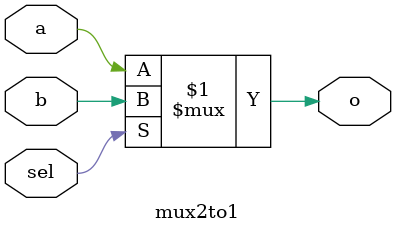
<source format=v>

module mux2to1 (o, a, b, sel);
    output o;
    input a, b, sel;
    assign o = sel ? b : a;
endmodule
</source>
